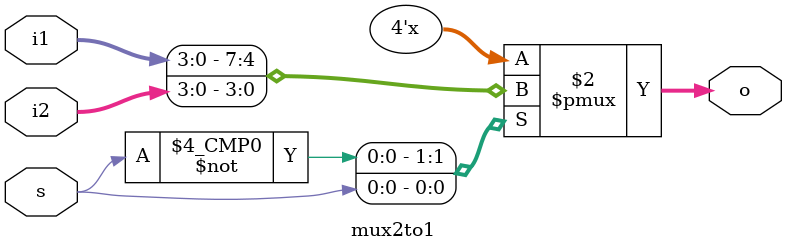
<source format=v>
`timescale 1ns / 1ps


module mux2to1(o, i1, i2, s);
    input [3:0] i1, i2;
    input s;
    output reg [3:0] o;

always @(s or i1 or i2)
begin
    case (s)
        1'b0 : o = i1;
        1'b1 : o = i2;
        default : o = 4'b0;
    endcase
   end
endmodule

</source>
